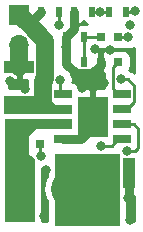
<source format=gtl>
G04 #@! TF.GenerationSoftware,KiCad,Pcbnew,(5.1.6-0-10_14)*
G04 #@! TF.CreationDate,2021-12-16T11:14:58+09:00*
G04 #@! TF.ProjectId,qPCR-5VUPS,71504352-2d35-4565-9550-532e6b696361,rev?*
G04 #@! TF.SameCoordinates,Original*
G04 #@! TF.FileFunction,Copper,L1,Top*
G04 #@! TF.FilePolarity,Positive*
%FSLAX46Y46*%
G04 Gerber Fmt 4.6, Leading zero omitted, Abs format (unit mm)*
G04 Created by KiCad (PCBNEW (5.1.6-0-10_14)) date 2021-12-16 11:14:58*
%MOMM*%
%LPD*%
G01*
G04 APERTURE LIST*
G04 #@! TA.AperFunction,NonConductor*
%ADD10C,0.100000*%
G04 #@! TD*
G04 #@! TA.AperFunction,ComponentPad*
%ADD11O,1.700000X1.700000*%
G04 #@! TD*
G04 #@! TA.AperFunction,ComponentPad*
%ADD12R,1.700000X1.700000*%
G04 #@! TD*
G04 #@! TA.AperFunction,SMDPad,CuDef*
%ADD13R,2.500000X1.000000*%
G04 #@! TD*
G04 #@! TA.AperFunction,SMDPad,CuDef*
%ADD14R,0.800000X0.750000*%
G04 #@! TD*
G04 #@! TA.AperFunction,SMDPad,CuDef*
%ADD15R,1.000000X2.500000*%
G04 #@! TD*
G04 #@! TA.AperFunction,SMDPad,CuDef*
%ADD16R,1.900000X5.100000*%
G04 #@! TD*
G04 #@! TA.AperFunction,SMDPad,CuDef*
%ADD17R,2.100000X5.100000*%
G04 #@! TD*
G04 #@! TA.AperFunction,SMDPad,CuDef*
%ADD18R,0.500000X0.900000*%
G04 #@! TD*
G04 #@! TA.AperFunction,SMDPad,CuDef*
%ADD19R,1.505000X0.802000*%
G04 #@! TD*
G04 #@! TA.AperFunction,SMDPad,CuDef*
%ADD20R,2.500000X3.500000*%
G04 #@! TD*
G04 #@! TA.AperFunction,ViaPad*
%ADD21C,0.800000*%
G04 #@! TD*
G04 #@! TA.AperFunction,Conductor*
%ADD22C,1.524000*%
G04 #@! TD*
G04 #@! TA.AperFunction,Conductor*
%ADD23C,0.762000*%
G04 #@! TD*
G04 #@! TA.AperFunction,Conductor*
%ADD24C,3.048000*%
G04 #@! TD*
G04 #@! TA.AperFunction,Conductor*
%ADD25C,0.250000*%
G04 #@! TD*
G04 #@! TA.AperFunction,Conductor*
%ADD26C,0.254000*%
G04 #@! TD*
G04 APERTURE END LIST*
D10*
G36*
X98000000Y-82500000D02*
G01*
X95000000Y-82500000D01*
X94300000Y-83100000D01*
X94300000Y-84700000D01*
X94800000Y-85100000D01*
X94800000Y-90300000D01*
X92400000Y-90300000D01*
X92400000Y-81700000D01*
X98000000Y-81700000D01*
X98000000Y-82500000D01*
G37*
X98000000Y-82500000D02*
X95000000Y-82500000D01*
X94300000Y-83100000D01*
X94300000Y-84700000D01*
X94800000Y-85100000D01*
X94800000Y-90300000D01*
X92400000Y-90300000D01*
X92400000Y-81700000D01*
X98000000Y-81700000D01*
X98000000Y-82500000D01*
G36*
X102000000Y-90700000D02*
G01*
X96600000Y-90700000D01*
X96600000Y-84700000D01*
X102000000Y-84700000D01*
X102000000Y-90700000D01*
G37*
X102000000Y-90700000D02*
X96600000Y-90700000D01*
X96600000Y-84700000D01*
X102000000Y-84700000D01*
X102000000Y-90700000D01*
G36*
X96300000Y-80200000D02*
G01*
X96600000Y-80500000D01*
X98000000Y-80500000D01*
X98000000Y-81200000D01*
X92300000Y-81200000D01*
X92300000Y-79800000D01*
X96300000Y-79800000D01*
X96300000Y-80200000D01*
G37*
X96300000Y-80200000D02*
X96600000Y-80500000D01*
X98000000Y-80500000D01*
X98000000Y-81200000D01*
X92300000Y-81200000D01*
X92300000Y-79800000D01*
X96300000Y-79800000D01*
X96300000Y-80200000D01*
D11*
X93600000Y-75440000D03*
D12*
X93600000Y-72900000D03*
X100500000Y-89500000D03*
D13*
X93600000Y-77300000D03*
X93600000Y-80300000D03*
D14*
X100480000Y-76850000D03*
X101980000Y-76850000D03*
X100480000Y-74750000D03*
X101980000Y-74750000D03*
X93850000Y-83800000D03*
X95350000Y-83800000D03*
D15*
X99900000Y-86300000D03*
X102900000Y-86300000D03*
D16*
X97800000Y-87600000D03*
D17*
X93600000Y-87600000D03*
D18*
X96950000Y-72600000D03*
X95450000Y-72600000D03*
X97580000Y-76850000D03*
X99080000Y-76850000D03*
X99080000Y-74750000D03*
X97580000Y-74750000D03*
X102650000Y-72600000D03*
X101150000Y-72600000D03*
X98250000Y-72600000D03*
X99750000Y-72600000D03*
D19*
X102297500Y-79595000D03*
X97302500Y-79595000D03*
X102297500Y-80865000D03*
X97302500Y-80865000D03*
X102297500Y-82135000D03*
X97302500Y-82135000D03*
X102297500Y-83405000D03*
X97302500Y-83405000D03*
D20*
X99800000Y-81500000D03*
D21*
X102970000Y-73710000D03*
X97580000Y-75590000D03*
X102820000Y-88380000D03*
X99800000Y-81500000D03*
X100730000Y-78680000D03*
X98880000Y-79050000D03*
X92810000Y-78510000D03*
X94090000Y-79150000D03*
X100030000Y-75780000D03*
X95700000Y-89950000D03*
X95820000Y-86010000D03*
X102970000Y-90280000D03*
X101270000Y-75860000D03*
X103397600Y-72560000D03*
X95450000Y-84830000D03*
X97077848Y-78383728D03*
X102720000Y-84440000D03*
X102840000Y-74750000D03*
X96920000Y-73770000D03*
X102190370Y-78310000D03*
X100430000Y-72600000D03*
X100540000Y-83960000D03*
D22*
X93600000Y-75440000D02*
X93600000Y-77300000D01*
D23*
X99800000Y-82422000D02*
X99800000Y-81500000D01*
X98817000Y-83405000D02*
X99800000Y-82422000D01*
X97302500Y-83405000D02*
X98817000Y-83405000D01*
X98250000Y-74080000D02*
X97580000Y-74750000D01*
X98250000Y-72600000D02*
X98250000Y-74080000D01*
X100480000Y-77110122D02*
X100480000Y-76850000D01*
X99756721Y-77833401D02*
X100480000Y-77110122D01*
X97580000Y-76850000D02*
X97580000Y-77010122D01*
X98403279Y-77833401D02*
X99756721Y-77833401D01*
X97580000Y-77010122D02*
X98403279Y-77833401D01*
X97580000Y-75590000D02*
X97580000Y-76850000D01*
X97580000Y-74750000D02*
X97580000Y-75590000D01*
X102900000Y-88300000D02*
X102820000Y-88380000D01*
X102900000Y-86300000D02*
X102900000Y-88300000D01*
D24*
X99100000Y-86300000D02*
X97800000Y-87600000D01*
X99900000Y-86300000D02*
X99100000Y-86300000D01*
X98600000Y-87600000D02*
X100273590Y-89273590D01*
X100273590Y-89273590D02*
X100500000Y-89273590D01*
X97800000Y-87600000D02*
X98600000Y-87600000D01*
X100273590Y-87073590D02*
X100273590Y-89273590D01*
X99900000Y-86700000D02*
X100273590Y-87073590D01*
X99900000Y-86300000D02*
X99900000Y-86700000D01*
D25*
X103357600Y-72600000D02*
X103397600Y-72560000D01*
X102650000Y-72600000D02*
X103357600Y-72600000D01*
D22*
X95764401Y-78333677D02*
X95635599Y-78462479D01*
X95764401Y-75064401D02*
X95764401Y-78333677D01*
X95635599Y-78462479D02*
X95635599Y-80200000D01*
D23*
X95535599Y-80300000D02*
X95635599Y-80200000D01*
X93600000Y-80300000D02*
X95535599Y-80300000D01*
X96100599Y-80865000D02*
X95535599Y-80300000D01*
X97302500Y-80865000D02*
X96100599Y-80865000D01*
X95450000Y-72600000D02*
X94375000Y-73675000D01*
D22*
X94375000Y-73675000D02*
X95764401Y-75064401D01*
X93600000Y-72900000D02*
X94375000Y-73675000D01*
D25*
X101512969Y-77317031D02*
X101512969Y-79152969D01*
X101980000Y-76850000D02*
X101512969Y-77317031D01*
X101955000Y-79595000D02*
X102297500Y-79595000D01*
X101512969Y-79152969D02*
X101955000Y-79595000D01*
X95350000Y-84730000D02*
X95450000Y-84830000D01*
X95350000Y-83800000D02*
X95350000Y-84730000D01*
X97077848Y-79370348D02*
X97302500Y-79595000D01*
X97077848Y-78383728D02*
X97077848Y-79370348D01*
D23*
X97302500Y-82135000D02*
X94365000Y-82135000D01*
X93600000Y-82900000D02*
X93600000Y-87600000D01*
X94365000Y-82135000D02*
X93600000Y-82900000D01*
D25*
X103300000Y-82135000D02*
X103672590Y-82507590D01*
X102297500Y-82135000D02*
X103300000Y-82135000D01*
X103672590Y-82507590D02*
X103672590Y-84167410D01*
X103400000Y-84440000D02*
X102720000Y-84440000D01*
X103672590Y-84167410D02*
X103400000Y-84440000D01*
X102840000Y-74750000D02*
X101980000Y-74750000D01*
X99080000Y-74750000D02*
X99080000Y-76850000D01*
X100480000Y-74750000D02*
X99080000Y-74750000D01*
X96950000Y-73740000D02*
X96920000Y-73770000D01*
X96950000Y-72600000D02*
X96950000Y-73740000D01*
X102756055Y-78310000D02*
X103327401Y-78881346D01*
X103327401Y-78881346D02*
X103327401Y-80222599D01*
X102190370Y-78310000D02*
X102756055Y-78310000D01*
X102685000Y-80865000D02*
X102297500Y-80865000D01*
X103327401Y-80222599D02*
X102685000Y-80865000D01*
X101150000Y-72600000D02*
X100430000Y-72600000D01*
X99750000Y-72600000D02*
X100430000Y-72600000D01*
X102297500Y-83405000D02*
X101985000Y-83405000D01*
X101430000Y-83960000D02*
X100540000Y-83960000D01*
X101985000Y-83405000D02*
X101430000Y-83960000D01*
D26*
G36*
X95915000Y-86546582D02*
G01*
X95795693Y-86769789D01*
X95672239Y-87176762D01*
X95630554Y-87600000D01*
X95672239Y-88023238D01*
X95795693Y-88430211D01*
X95915000Y-88653418D01*
X95915000Y-90315000D01*
X95484323Y-90315000D01*
X95484933Y-90309564D01*
X95484965Y-90304950D01*
X95484983Y-90304782D01*
X95484968Y-90304614D01*
X95485000Y-90300000D01*
X95485000Y-85865000D01*
X95551939Y-85865000D01*
X95751898Y-85825226D01*
X95915000Y-85757666D01*
X95915000Y-86546582D01*
G37*
X95915000Y-86546582D02*
X95795693Y-86769789D01*
X95672239Y-87176762D01*
X95630554Y-87600000D01*
X95672239Y-88023238D01*
X95795693Y-88430211D01*
X95915000Y-88653418D01*
X95915000Y-90315000D01*
X95484323Y-90315000D01*
X95484933Y-90309564D01*
X95484965Y-90304950D01*
X95484983Y-90304782D01*
X95484968Y-90304614D01*
X95485000Y-90300000D01*
X95485000Y-85865000D01*
X95551939Y-85865000D01*
X95751898Y-85825226D01*
X95915000Y-85757666D01*
X95915000Y-86546582D01*
G36*
X103027000Y-86173000D02*
G01*
X103047000Y-86173000D01*
X103047000Y-86427000D01*
X103027000Y-86427000D01*
X103027000Y-88026250D01*
X103185750Y-88185000D01*
X103315001Y-88186853D01*
X103315001Y-90315000D01*
X102685000Y-90315000D01*
X102685000Y-88114250D01*
X102773000Y-88026250D01*
X102773000Y-86427000D01*
X102753000Y-86427000D01*
X102753000Y-86173000D01*
X102773000Y-86173000D01*
X102773000Y-86153000D01*
X103027000Y-86153000D01*
X103027000Y-86173000D01*
G37*
X103027000Y-86173000D02*
X103047000Y-86173000D01*
X103047000Y-86427000D01*
X103027000Y-86427000D01*
X103027000Y-88026250D01*
X103185750Y-88185000D01*
X103315001Y-88186853D01*
X103315001Y-90315000D01*
X102685000Y-90315000D01*
X102685000Y-88114250D01*
X102773000Y-88026250D01*
X102773000Y-86427000D01*
X102753000Y-86427000D01*
X102753000Y-86173000D01*
X102773000Y-86173000D01*
X102773000Y-86153000D01*
X103027000Y-86153000D01*
X103027000Y-86173000D01*
G36*
X97429500Y-83278000D02*
G01*
X97449500Y-83278000D01*
X97449500Y-83532000D01*
X97429500Y-83532000D01*
X97429500Y-83552000D01*
X97175500Y-83552000D01*
X97175500Y-83532000D01*
X97155500Y-83532000D01*
X97155500Y-83278000D01*
X97175500Y-83278000D01*
X97175500Y-83258000D01*
X97429500Y-83258000D01*
X97429500Y-83278000D01*
G37*
X97429500Y-83278000D02*
X97449500Y-83278000D01*
X97449500Y-83532000D01*
X97429500Y-83532000D01*
X97429500Y-83552000D01*
X97175500Y-83552000D01*
X97175500Y-83532000D01*
X97155500Y-83532000D01*
X97155500Y-83278000D01*
X97175500Y-83278000D01*
X97175500Y-83258000D01*
X97429500Y-83258000D01*
X97429500Y-83278000D01*
G36*
X101335820Y-75714502D02*
G01*
X101455518Y-75750812D01*
X101580000Y-75763072D01*
X102380000Y-75763072D01*
X102504482Y-75750812D01*
X102531674Y-75742563D01*
X102538102Y-75745226D01*
X102738061Y-75785000D01*
X102941939Y-75785000D01*
X103141898Y-75745226D01*
X103315000Y-75673524D01*
X103315000Y-77793083D01*
X103296056Y-77769999D01*
X103180331Y-77675026D01*
X103048302Y-77604454D01*
X102918278Y-77565012D01*
X102969502Y-77469180D01*
X103005812Y-77349482D01*
X103018072Y-77225000D01*
X103018072Y-76475000D01*
X103005812Y-76350518D01*
X102969502Y-76230820D01*
X102910537Y-76120506D01*
X102831185Y-76023815D01*
X102734494Y-75944463D01*
X102624180Y-75885498D01*
X102504482Y-75849188D01*
X102380000Y-75836928D01*
X101580000Y-75836928D01*
X101455518Y-75849188D01*
X101335820Y-75885498D01*
X101230000Y-75942061D01*
X101124180Y-75885498D01*
X101004482Y-75849188D01*
X100880000Y-75836928D01*
X100765750Y-75840000D01*
X100607000Y-75998750D01*
X100607000Y-76723000D01*
X100627000Y-76723000D01*
X100627000Y-76977000D01*
X100607000Y-76977000D01*
X100607000Y-77701250D01*
X100752969Y-77847219D01*
X100752970Y-79112874D01*
X100085750Y-79115000D01*
X99927000Y-79273750D01*
X99927000Y-81373000D01*
X99947000Y-81373000D01*
X99947000Y-81627000D01*
X99927000Y-81627000D01*
X99927000Y-81647000D01*
X99673000Y-81647000D01*
X99673000Y-81627000D01*
X99653000Y-81627000D01*
X99653000Y-81373000D01*
X99673000Y-81373000D01*
X99673000Y-79273750D01*
X99514250Y-79115000D01*
X98685031Y-79112358D01*
X98680812Y-79069518D01*
X98644502Y-78949820D01*
X98585537Y-78839506D01*
X98506185Y-78742815D01*
X98409494Y-78663463D01*
X98299180Y-78604498D01*
X98179482Y-78568188D01*
X98098029Y-78560166D01*
X98112848Y-78485667D01*
X98112848Y-78281789D01*
X98073074Y-78081830D01*
X98002576Y-77911633D01*
X98086318Y-77884326D01*
X98195389Y-77823093D01*
X98290419Y-77741758D01*
X98329895Y-77691575D01*
X98378815Y-77751185D01*
X98475506Y-77830537D01*
X98585820Y-77889502D01*
X98705518Y-77925812D01*
X98830000Y-77938072D01*
X99330000Y-77938072D01*
X99454482Y-77925812D01*
X99574180Y-77889502D01*
X99684494Y-77830537D01*
X99756013Y-77771843D01*
X99835820Y-77814502D01*
X99955518Y-77850812D01*
X100080000Y-77863072D01*
X100194250Y-77860000D01*
X100353000Y-77701250D01*
X100353000Y-76977000D01*
X100333000Y-76977000D01*
X100333000Y-76723000D01*
X100353000Y-76723000D01*
X100353000Y-75998750D01*
X100194250Y-75840000D01*
X100080000Y-75836928D01*
X99955518Y-75849188D01*
X99840000Y-75884230D01*
X99840000Y-75715770D01*
X99955518Y-75750812D01*
X100080000Y-75763072D01*
X100880000Y-75763072D01*
X101004482Y-75750812D01*
X101124180Y-75714502D01*
X101230000Y-75657939D01*
X101335820Y-75714502D01*
G37*
X101335820Y-75714502D02*
X101455518Y-75750812D01*
X101580000Y-75763072D01*
X102380000Y-75763072D01*
X102504482Y-75750812D01*
X102531674Y-75742563D01*
X102538102Y-75745226D01*
X102738061Y-75785000D01*
X102941939Y-75785000D01*
X103141898Y-75745226D01*
X103315000Y-75673524D01*
X103315000Y-77793083D01*
X103296056Y-77769999D01*
X103180331Y-77675026D01*
X103048302Y-77604454D01*
X102918278Y-77565012D01*
X102969502Y-77469180D01*
X103005812Y-77349482D01*
X103018072Y-77225000D01*
X103018072Y-76475000D01*
X103005812Y-76350518D01*
X102969502Y-76230820D01*
X102910537Y-76120506D01*
X102831185Y-76023815D01*
X102734494Y-75944463D01*
X102624180Y-75885498D01*
X102504482Y-75849188D01*
X102380000Y-75836928D01*
X101580000Y-75836928D01*
X101455518Y-75849188D01*
X101335820Y-75885498D01*
X101230000Y-75942061D01*
X101124180Y-75885498D01*
X101004482Y-75849188D01*
X100880000Y-75836928D01*
X100765750Y-75840000D01*
X100607000Y-75998750D01*
X100607000Y-76723000D01*
X100627000Y-76723000D01*
X100627000Y-76977000D01*
X100607000Y-76977000D01*
X100607000Y-77701250D01*
X100752969Y-77847219D01*
X100752970Y-79112874D01*
X100085750Y-79115000D01*
X99927000Y-79273750D01*
X99927000Y-81373000D01*
X99947000Y-81373000D01*
X99947000Y-81627000D01*
X99927000Y-81627000D01*
X99927000Y-81647000D01*
X99673000Y-81647000D01*
X99673000Y-81627000D01*
X99653000Y-81627000D01*
X99653000Y-81373000D01*
X99673000Y-81373000D01*
X99673000Y-79273750D01*
X99514250Y-79115000D01*
X98685031Y-79112358D01*
X98680812Y-79069518D01*
X98644502Y-78949820D01*
X98585537Y-78839506D01*
X98506185Y-78742815D01*
X98409494Y-78663463D01*
X98299180Y-78604498D01*
X98179482Y-78568188D01*
X98098029Y-78560166D01*
X98112848Y-78485667D01*
X98112848Y-78281789D01*
X98073074Y-78081830D01*
X98002576Y-77911633D01*
X98086318Y-77884326D01*
X98195389Y-77823093D01*
X98290419Y-77741758D01*
X98329895Y-77691575D01*
X98378815Y-77751185D01*
X98475506Y-77830537D01*
X98585820Y-77889502D01*
X98705518Y-77925812D01*
X98830000Y-77938072D01*
X99330000Y-77938072D01*
X99454482Y-77925812D01*
X99574180Y-77889502D01*
X99684494Y-77830537D01*
X99756013Y-77771843D01*
X99835820Y-77814502D01*
X99955518Y-77850812D01*
X100080000Y-77863072D01*
X100194250Y-77860000D01*
X100353000Y-77701250D01*
X100353000Y-76977000D01*
X100333000Y-76977000D01*
X100333000Y-76723000D01*
X100353000Y-76723000D01*
X100353000Y-75998750D01*
X100194250Y-75840000D01*
X100080000Y-75836928D01*
X99955518Y-75849188D01*
X99840000Y-75884230D01*
X99840000Y-75715770D01*
X99955518Y-75750812D01*
X100080000Y-75763072D01*
X100880000Y-75763072D01*
X101004482Y-75750812D01*
X101124180Y-75714502D01*
X101230000Y-75657939D01*
X101335820Y-75714502D01*
G36*
X93727000Y-75313000D02*
G01*
X93747000Y-75313000D01*
X93747000Y-75567000D01*
X93727000Y-75567000D01*
X93727000Y-77173000D01*
X93747000Y-77173000D01*
X93747000Y-77427000D01*
X93727000Y-77427000D01*
X93727000Y-78276250D01*
X93885750Y-78435000D01*
X94234437Y-78436111D01*
X94231840Y-78462479D01*
X94238599Y-78531104D01*
X94238599Y-79115000D01*
X92685000Y-79115000D01*
X92685000Y-78437005D01*
X93314250Y-78435000D01*
X93473000Y-78276250D01*
X93473000Y-77427000D01*
X93453000Y-77427000D01*
X93453000Y-77173000D01*
X93473000Y-77173000D01*
X93473000Y-75567000D01*
X93453000Y-75567000D01*
X93453000Y-75313000D01*
X93473000Y-75313000D01*
X93473000Y-75293000D01*
X93727000Y-75293000D01*
X93727000Y-75313000D01*
G37*
X93727000Y-75313000D02*
X93747000Y-75313000D01*
X93747000Y-75567000D01*
X93727000Y-75567000D01*
X93727000Y-77173000D01*
X93747000Y-77173000D01*
X93747000Y-77427000D01*
X93727000Y-77427000D01*
X93727000Y-78276250D01*
X93885750Y-78435000D01*
X94234437Y-78436111D01*
X94231840Y-78462479D01*
X94238599Y-78531104D01*
X94238599Y-79115000D01*
X92685000Y-79115000D01*
X92685000Y-78437005D01*
X93314250Y-78435000D01*
X93473000Y-78276250D01*
X93473000Y-77427000D01*
X93453000Y-77427000D01*
X93453000Y-77173000D01*
X93473000Y-77173000D01*
X93473000Y-75567000D01*
X93453000Y-75567000D01*
X93453000Y-75313000D01*
X93473000Y-75313000D01*
X93473000Y-75293000D01*
X93727000Y-75293000D01*
X93727000Y-75313000D01*
G36*
X97703000Y-74623000D02*
G01*
X97727000Y-74623000D01*
X97727000Y-74877000D01*
X97703000Y-74877000D01*
X97703000Y-75676250D01*
X97826750Y-75800000D01*
X97703000Y-75923750D01*
X97703000Y-76723000D01*
X97727000Y-76723000D01*
X97727000Y-76977000D01*
X97703000Y-76977000D01*
X97703000Y-76997000D01*
X97457000Y-76997000D01*
X97457000Y-76977000D01*
X97433000Y-76977000D01*
X97433000Y-76723000D01*
X97457000Y-76723000D01*
X97457000Y-75923750D01*
X97333250Y-75800000D01*
X97457000Y-75676250D01*
X97457000Y-74877000D01*
X97433000Y-74877000D01*
X97433000Y-74672008D01*
X97536278Y-74603000D01*
X97703000Y-74603000D01*
X97703000Y-74623000D01*
G37*
X97703000Y-74623000D02*
X97727000Y-74623000D01*
X97727000Y-74877000D01*
X97703000Y-74877000D01*
X97703000Y-75676250D01*
X97826750Y-75800000D01*
X97703000Y-75923750D01*
X97703000Y-76723000D01*
X97727000Y-76723000D01*
X97727000Y-76977000D01*
X97703000Y-76977000D01*
X97703000Y-76997000D01*
X97457000Y-76997000D01*
X97457000Y-76977000D01*
X97433000Y-76977000D01*
X97433000Y-76723000D01*
X97457000Y-76723000D01*
X97457000Y-75923750D01*
X97333250Y-75800000D01*
X97457000Y-75676250D01*
X97457000Y-74877000D01*
X97433000Y-74877000D01*
X97433000Y-74672008D01*
X97536278Y-74603000D01*
X97703000Y-74603000D01*
X97703000Y-74623000D01*
G36*
X98373000Y-72473000D02*
G01*
X98397000Y-72473000D01*
X98397000Y-72727000D01*
X98373000Y-72727000D01*
X98373000Y-73526250D01*
X98531750Y-73685000D01*
X98637397Y-73673104D01*
X98756318Y-73634326D01*
X98865389Y-73573093D01*
X98960419Y-73491758D01*
X98999895Y-73441575D01*
X99048815Y-73501185D01*
X99145506Y-73580537D01*
X99255820Y-73639502D01*
X99329749Y-73661928D01*
X98830000Y-73661928D01*
X98705518Y-73674188D01*
X98585820Y-73710498D01*
X98475506Y-73769463D01*
X98378815Y-73848815D01*
X98329895Y-73908425D01*
X98290419Y-73858242D01*
X98195389Y-73776907D01*
X98086318Y-73715674D01*
X97974151Y-73679099D01*
X98127000Y-73526250D01*
X98127000Y-72727000D01*
X98103000Y-72727000D01*
X98103000Y-72473000D01*
X98127000Y-72473000D01*
X98127000Y-72453000D01*
X98373000Y-72453000D01*
X98373000Y-72473000D01*
G37*
X98373000Y-72473000D02*
X98397000Y-72473000D01*
X98397000Y-72727000D01*
X98373000Y-72727000D01*
X98373000Y-73526250D01*
X98531750Y-73685000D01*
X98637397Y-73673104D01*
X98756318Y-73634326D01*
X98865389Y-73573093D01*
X98960419Y-73491758D01*
X98999895Y-73441575D01*
X99048815Y-73501185D01*
X99145506Y-73580537D01*
X99255820Y-73639502D01*
X99329749Y-73661928D01*
X98830000Y-73661928D01*
X98705518Y-73674188D01*
X98585820Y-73710498D01*
X98475506Y-73769463D01*
X98378815Y-73848815D01*
X98329895Y-73908425D01*
X98290419Y-73858242D01*
X98195389Y-73776907D01*
X98086318Y-73715674D01*
X97974151Y-73679099D01*
X98127000Y-73526250D01*
X98127000Y-72727000D01*
X98103000Y-72727000D01*
X98103000Y-72473000D01*
X98127000Y-72473000D01*
X98127000Y-72453000D01*
X98373000Y-72453000D01*
X98373000Y-72473000D01*
M02*

</source>
